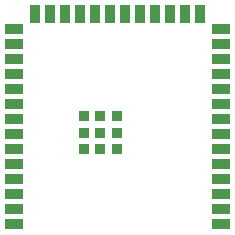
<source format=gbp>
G04*
G04 #@! TF.GenerationSoftware,Altium Limited,Altium Designer,22.10.1 (41)*
G04*
G04 Layer_Color=128*
%FSTAX24Y24*%
%MOIN*%
G70*
G04*
G04 #@! TF.SameCoordinates,17841630-244F-4CFE-80E3-D5873E1B35FB*
G04*
G04*
G04 #@! TF.FilePolarity,Positive*
G04*
G01*
G75*
%ADD43R,0.0354X0.0354*%
%ADD44R,0.0591X0.0354*%
%ADD45R,0.0354X0.0591*%
D43*
X038915Y035889D02*
D03*
X038363D02*
D03*
X039466D02*
D03*
X038363Y036441D02*
D03*
X038915D02*
D03*
X039466D02*
D03*
X038363Y035338D02*
D03*
X038915D02*
D03*
X039466D02*
D03*
D44*
X03606Y03285D02*
D03*
Y03335D02*
D03*
Y03385D02*
D03*
Y03435D02*
D03*
Y03485D02*
D03*
Y03535D02*
D03*
Y03585D02*
D03*
Y03635D02*
D03*
Y03685D02*
D03*
Y03735D02*
D03*
Y03785D02*
D03*
Y03835D02*
D03*
Y03885D02*
D03*
Y03935D02*
D03*
X04295D02*
D03*
Y03885D02*
D03*
Y03835D02*
D03*
Y03785D02*
D03*
Y03735D02*
D03*
Y03685D02*
D03*
Y03635D02*
D03*
Y03585D02*
D03*
Y03535D02*
D03*
Y03485D02*
D03*
Y03435D02*
D03*
Y03385D02*
D03*
Y03335D02*
D03*
Y03285D02*
D03*
D45*
X036755Y039842D02*
D03*
X037255D02*
D03*
X037755D02*
D03*
X038255D02*
D03*
X038755D02*
D03*
X039255D02*
D03*
X039755D02*
D03*
X040255D02*
D03*
X040755D02*
D03*
X041255D02*
D03*
X041755D02*
D03*
X042255D02*
D03*
M02*

</source>
